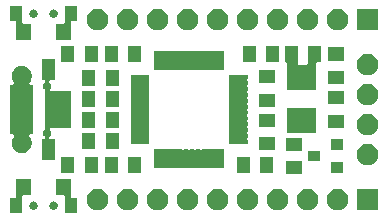
<source format=gbr>
G04 #@! TF.GenerationSoftware,KiCad,Pcbnew,(5.1.5)-3*
G04 #@! TF.CreationDate,2020-06-09T21:02:58-05:00*
G04 #@! TF.ProjectId,pcb,7063622e-6b69-4636-9164-5f7063625858,rev?*
G04 #@! TF.SameCoordinates,Original*
G04 #@! TF.FileFunction,Soldermask,Top*
G04 #@! TF.FilePolarity,Negative*
%FSLAX46Y46*%
G04 Gerber Fmt 4.6, Leading zero omitted, Abs format (unit mm)*
G04 Created by KiCad (PCBNEW (5.1.5)-3) date 2020-06-09 21:02:58*
%MOMM*%
%LPD*%
G04 APERTURE LIST*
%ADD10C,0.100000*%
G04 APERTURE END LIST*
D10*
G36*
X132349000Y-116572001D02*
G01*
X132351402Y-116596387D01*
X132358515Y-116619836D01*
X132370066Y-116641447D01*
X132385611Y-116660389D01*
X132404553Y-116675934D01*
X132426164Y-116687485D01*
X132449613Y-116694598D01*
X132473999Y-116697000D01*
X132849000Y-116697000D01*
X132849000Y-117999000D01*
X131847000Y-117999000D01*
X131847000Y-116623999D01*
X131844598Y-116599613D01*
X131837485Y-116576164D01*
X131825934Y-116554553D01*
X131810389Y-116535611D01*
X131791447Y-116520066D01*
X131769836Y-116508515D01*
X131746387Y-116501402D01*
X131722001Y-116499000D01*
X131097000Y-116499000D01*
X131097000Y-115097000D01*
X132349000Y-115097000D01*
X132349000Y-116572001D01*
G37*
G36*
X128999000Y-116499000D02*
G01*
X128373999Y-116499000D01*
X128349613Y-116501402D01*
X128326164Y-116508515D01*
X128304553Y-116520066D01*
X128285611Y-116535611D01*
X128270066Y-116554553D01*
X128258515Y-116576164D01*
X128251402Y-116599613D01*
X128249000Y-116623999D01*
X128249000Y-117999000D01*
X127247000Y-117999000D01*
X127247000Y-116697000D01*
X127622001Y-116697000D01*
X127646387Y-116694598D01*
X127669836Y-116687485D01*
X127691447Y-116675934D01*
X127710389Y-116660389D01*
X127725934Y-116641447D01*
X127737485Y-116619836D01*
X127744598Y-116596387D01*
X127747000Y-116572001D01*
X127747000Y-115097000D01*
X128999000Y-115097000D01*
X128999000Y-116499000D01*
G37*
G36*
X152513512Y-115943927D02*
G01*
X152662812Y-115973624D01*
X152826784Y-116041544D01*
X152974354Y-116140147D01*
X153099853Y-116265646D01*
X153198456Y-116413216D01*
X153266376Y-116577188D01*
X153301000Y-116751259D01*
X153301000Y-116928741D01*
X153266376Y-117102812D01*
X153198456Y-117266784D01*
X153099853Y-117414354D01*
X152974354Y-117539853D01*
X152826784Y-117638456D01*
X152662812Y-117706376D01*
X152513512Y-117736073D01*
X152488742Y-117741000D01*
X152311258Y-117741000D01*
X152286488Y-117736073D01*
X152137188Y-117706376D01*
X151973216Y-117638456D01*
X151825646Y-117539853D01*
X151700147Y-117414354D01*
X151601544Y-117266784D01*
X151533624Y-117102812D01*
X151499000Y-116928741D01*
X151499000Y-116751259D01*
X151533624Y-116577188D01*
X151601544Y-116413216D01*
X151700147Y-116265646D01*
X151825646Y-116140147D01*
X151973216Y-116041544D01*
X152137188Y-115973624D01*
X152286488Y-115943927D01*
X152311258Y-115939000D01*
X152488742Y-115939000D01*
X152513512Y-115943927D01*
G37*
G36*
X158381000Y-117741000D02*
G01*
X156579000Y-117741000D01*
X156579000Y-115939000D01*
X158381000Y-115939000D01*
X158381000Y-117741000D01*
G37*
G36*
X155053512Y-115943927D02*
G01*
X155202812Y-115973624D01*
X155366784Y-116041544D01*
X155514354Y-116140147D01*
X155639853Y-116265646D01*
X155738456Y-116413216D01*
X155806376Y-116577188D01*
X155841000Y-116751259D01*
X155841000Y-116928741D01*
X155806376Y-117102812D01*
X155738456Y-117266784D01*
X155639853Y-117414354D01*
X155514354Y-117539853D01*
X155366784Y-117638456D01*
X155202812Y-117706376D01*
X155053512Y-117736073D01*
X155028742Y-117741000D01*
X154851258Y-117741000D01*
X154826488Y-117736073D01*
X154677188Y-117706376D01*
X154513216Y-117638456D01*
X154365646Y-117539853D01*
X154240147Y-117414354D01*
X154141544Y-117266784D01*
X154073624Y-117102812D01*
X154039000Y-116928741D01*
X154039000Y-116751259D01*
X154073624Y-116577188D01*
X154141544Y-116413216D01*
X154240147Y-116265646D01*
X154365646Y-116140147D01*
X154513216Y-116041544D01*
X154677188Y-115973624D01*
X154826488Y-115943927D01*
X154851258Y-115939000D01*
X155028742Y-115939000D01*
X155053512Y-115943927D01*
G37*
G36*
X147433512Y-115943927D02*
G01*
X147582812Y-115973624D01*
X147746784Y-116041544D01*
X147894354Y-116140147D01*
X148019853Y-116265646D01*
X148118456Y-116413216D01*
X148186376Y-116577188D01*
X148221000Y-116751259D01*
X148221000Y-116928741D01*
X148186376Y-117102812D01*
X148118456Y-117266784D01*
X148019853Y-117414354D01*
X147894354Y-117539853D01*
X147746784Y-117638456D01*
X147582812Y-117706376D01*
X147433512Y-117736073D01*
X147408742Y-117741000D01*
X147231258Y-117741000D01*
X147206488Y-117736073D01*
X147057188Y-117706376D01*
X146893216Y-117638456D01*
X146745646Y-117539853D01*
X146620147Y-117414354D01*
X146521544Y-117266784D01*
X146453624Y-117102812D01*
X146419000Y-116928741D01*
X146419000Y-116751259D01*
X146453624Y-116577188D01*
X146521544Y-116413216D01*
X146620147Y-116265646D01*
X146745646Y-116140147D01*
X146893216Y-116041544D01*
X147057188Y-115973624D01*
X147206488Y-115943927D01*
X147231258Y-115939000D01*
X147408742Y-115939000D01*
X147433512Y-115943927D01*
G37*
G36*
X144893512Y-115943927D02*
G01*
X145042812Y-115973624D01*
X145206784Y-116041544D01*
X145354354Y-116140147D01*
X145479853Y-116265646D01*
X145578456Y-116413216D01*
X145646376Y-116577188D01*
X145681000Y-116751259D01*
X145681000Y-116928741D01*
X145646376Y-117102812D01*
X145578456Y-117266784D01*
X145479853Y-117414354D01*
X145354354Y-117539853D01*
X145206784Y-117638456D01*
X145042812Y-117706376D01*
X144893512Y-117736073D01*
X144868742Y-117741000D01*
X144691258Y-117741000D01*
X144666488Y-117736073D01*
X144517188Y-117706376D01*
X144353216Y-117638456D01*
X144205646Y-117539853D01*
X144080147Y-117414354D01*
X143981544Y-117266784D01*
X143913624Y-117102812D01*
X143879000Y-116928741D01*
X143879000Y-116751259D01*
X143913624Y-116577188D01*
X143981544Y-116413216D01*
X144080147Y-116265646D01*
X144205646Y-116140147D01*
X144353216Y-116041544D01*
X144517188Y-115973624D01*
X144666488Y-115943927D01*
X144691258Y-115939000D01*
X144868742Y-115939000D01*
X144893512Y-115943927D01*
G37*
G36*
X142353512Y-115943927D02*
G01*
X142502812Y-115973624D01*
X142666784Y-116041544D01*
X142814354Y-116140147D01*
X142939853Y-116265646D01*
X143038456Y-116413216D01*
X143106376Y-116577188D01*
X143141000Y-116751259D01*
X143141000Y-116928741D01*
X143106376Y-117102812D01*
X143038456Y-117266784D01*
X142939853Y-117414354D01*
X142814354Y-117539853D01*
X142666784Y-117638456D01*
X142502812Y-117706376D01*
X142353512Y-117736073D01*
X142328742Y-117741000D01*
X142151258Y-117741000D01*
X142126488Y-117736073D01*
X141977188Y-117706376D01*
X141813216Y-117638456D01*
X141665646Y-117539853D01*
X141540147Y-117414354D01*
X141441544Y-117266784D01*
X141373624Y-117102812D01*
X141339000Y-116928741D01*
X141339000Y-116751259D01*
X141373624Y-116577188D01*
X141441544Y-116413216D01*
X141540147Y-116265646D01*
X141665646Y-116140147D01*
X141813216Y-116041544D01*
X141977188Y-115973624D01*
X142126488Y-115943927D01*
X142151258Y-115939000D01*
X142328742Y-115939000D01*
X142353512Y-115943927D01*
G37*
G36*
X139813512Y-115943927D02*
G01*
X139962812Y-115973624D01*
X140126784Y-116041544D01*
X140274354Y-116140147D01*
X140399853Y-116265646D01*
X140498456Y-116413216D01*
X140566376Y-116577188D01*
X140601000Y-116751259D01*
X140601000Y-116928741D01*
X140566376Y-117102812D01*
X140498456Y-117266784D01*
X140399853Y-117414354D01*
X140274354Y-117539853D01*
X140126784Y-117638456D01*
X139962812Y-117706376D01*
X139813512Y-117736073D01*
X139788742Y-117741000D01*
X139611258Y-117741000D01*
X139586488Y-117736073D01*
X139437188Y-117706376D01*
X139273216Y-117638456D01*
X139125646Y-117539853D01*
X139000147Y-117414354D01*
X138901544Y-117266784D01*
X138833624Y-117102812D01*
X138799000Y-116928741D01*
X138799000Y-116751259D01*
X138833624Y-116577188D01*
X138901544Y-116413216D01*
X139000147Y-116265646D01*
X139125646Y-116140147D01*
X139273216Y-116041544D01*
X139437188Y-115973624D01*
X139586488Y-115943927D01*
X139611258Y-115939000D01*
X139788742Y-115939000D01*
X139813512Y-115943927D01*
G37*
G36*
X137273512Y-115943927D02*
G01*
X137422812Y-115973624D01*
X137586784Y-116041544D01*
X137734354Y-116140147D01*
X137859853Y-116265646D01*
X137958456Y-116413216D01*
X138026376Y-116577188D01*
X138061000Y-116751259D01*
X138061000Y-116928741D01*
X138026376Y-117102812D01*
X137958456Y-117266784D01*
X137859853Y-117414354D01*
X137734354Y-117539853D01*
X137586784Y-117638456D01*
X137422812Y-117706376D01*
X137273512Y-117736073D01*
X137248742Y-117741000D01*
X137071258Y-117741000D01*
X137046488Y-117736073D01*
X136897188Y-117706376D01*
X136733216Y-117638456D01*
X136585646Y-117539853D01*
X136460147Y-117414354D01*
X136361544Y-117266784D01*
X136293624Y-117102812D01*
X136259000Y-116928741D01*
X136259000Y-116751259D01*
X136293624Y-116577188D01*
X136361544Y-116413216D01*
X136460147Y-116265646D01*
X136585646Y-116140147D01*
X136733216Y-116041544D01*
X136897188Y-115973624D01*
X137046488Y-115943927D01*
X137071258Y-115939000D01*
X137248742Y-115939000D01*
X137273512Y-115943927D01*
G37*
G36*
X134733512Y-115943927D02*
G01*
X134882812Y-115973624D01*
X135046784Y-116041544D01*
X135194354Y-116140147D01*
X135319853Y-116265646D01*
X135418456Y-116413216D01*
X135486376Y-116577188D01*
X135521000Y-116751259D01*
X135521000Y-116928741D01*
X135486376Y-117102812D01*
X135418456Y-117266784D01*
X135319853Y-117414354D01*
X135194354Y-117539853D01*
X135046784Y-117638456D01*
X134882812Y-117706376D01*
X134733512Y-117736073D01*
X134708742Y-117741000D01*
X134531258Y-117741000D01*
X134506488Y-117736073D01*
X134357188Y-117706376D01*
X134193216Y-117638456D01*
X134045646Y-117539853D01*
X133920147Y-117414354D01*
X133821544Y-117266784D01*
X133753624Y-117102812D01*
X133719000Y-116928741D01*
X133719000Y-116751259D01*
X133753624Y-116577188D01*
X133821544Y-116413216D01*
X133920147Y-116265646D01*
X134045646Y-116140147D01*
X134193216Y-116041544D01*
X134357188Y-115973624D01*
X134506488Y-115943927D01*
X134531258Y-115939000D01*
X134708742Y-115939000D01*
X134733512Y-115943927D01*
G37*
G36*
X149973512Y-115943927D02*
G01*
X150122812Y-115973624D01*
X150286784Y-116041544D01*
X150434354Y-116140147D01*
X150559853Y-116265646D01*
X150658456Y-116413216D01*
X150726376Y-116577188D01*
X150761000Y-116751259D01*
X150761000Y-116928741D01*
X150726376Y-117102812D01*
X150658456Y-117266784D01*
X150559853Y-117414354D01*
X150434354Y-117539853D01*
X150286784Y-117638456D01*
X150122812Y-117706376D01*
X149973512Y-117736073D01*
X149948742Y-117741000D01*
X149771258Y-117741000D01*
X149746488Y-117736073D01*
X149597188Y-117706376D01*
X149433216Y-117638456D01*
X149285646Y-117539853D01*
X149160147Y-117414354D01*
X149061544Y-117266784D01*
X148993624Y-117102812D01*
X148959000Y-116928741D01*
X148959000Y-116751259D01*
X148993624Y-116577188D01*
X149061544Y-116413216D01*
X149160147Y-116265646D01*
X149285646Y-116140147D01*
X149433216Y-116041544D01*
X149597188Y-115973624D01*
X149746488Y-115943927D01*
X149771258Y-115939000D01*
X149948742Y-115939000D01*
X149973512Y-115943927D01*
G37*
G36*
X131000383Y-117010489D02*
G01*
X131000386Y-117010490D01*
X131000385Y-117010490D01*
X131064258Y-117036946D01*
X131121748Y-117075360D01*
X131170640Y-117124252D01*
X131209054Y-117181742D01*
X131230624Y-117233818D01*
X131235511Y-117245617D01*
X131249000Y-117313430D01*
X131249000Y-117382570D01*
X131235511Y-117450383D01*
X131235510Y-117450385D01*
X131209054Y-117514258D01*
X131170640Y-117571748D01*
X131121748Y-117620640D01*
X131064258Y-117659054D01*
X131012182Y-117680624D01*
X131000383Y-117685511D01*
X130932570Y-117699000D01*
X130863430Y-117699000D01*
X130795617Y-117685511D01*
X130783818Y-117680624D01*
X130731742Y-117659054D01*
X130674252Y-117620640D01*
X130625360Y-117571748D01*
X130586946Y-117514258D01*
X130560490Y-117450385D01*
X130560489Y-117450383D01*
X130547000Y-117382570D01*
X130547000Y-117313430D01*
X130560489Y-117245617D01*
X130565376Y-117233818D01*
X130586946Y-117181742D01*
X130625360Y-117124252D01*
X130674252Y-117075360D01*
X130731742Y-117036946D01*
X130795615Y-117010490D01*
X130795614Y-117010490D01*
X130795617Y-117010489D01*
X130863430Y-116997000D01*
X130932570Y-116997000D01*
X131000383Y-117010489D01*
G37*
G36*
X129300383Y-117010489D02*
G01*
X129300386Y-117010490D01*
X129300385Y-117010490D01*
X129364258Y-117036946D01*
X129421748Y-117075360D01*
X129470640Y-117124252D01*
X129509054Y-117181742D01*
X129530624Y-117233818D01*
X129535511Y-117245617D01*
X129549000Y-117313430D01*
X129549000Y-117382570D01*
X129535511Y-117450383D01*
X129535510Y-117450385D01*
X129509054Y-117514258D01*
X129470640Y-117571748D01*
X129421748Y-117620640D01*
X129364258Y-117659054D01*
X129312182Y-117680624D01*
X129300383Y-117685511D01*
X129232570Y-117699000D01*
X129163430Y-117699000D01*
X129095617Y-117685511D01*
X129083818Y-117680624D01*
X129031742Y-117659054D01*
X128974252Y-117620640D01*
X128925360Y-117571748D01*
X128886946Y-117514258D01*
X128860490Y-117450385D01*
X128860489Y-117450383D01*
X128847000Y-117382570D01*
X128847000Y-117313430D01*
X128860489Y-117245617D01*
X128865376Y-117233818D01*
X128886946Y-117181742D01*
X128925360Y-117124252D01*
X128974252Y-117075360D01*
X129031742Y-117036946D01*
X129095615Y-117010490D01*
X129095614Y-117010490D01*
X129095617Y-117010489D01*
X129163430Y-116997000D01*
X129232570Y-116997000D01*
X129300383Y-117010489D01*
G37*
G36*
X151933000Y-114708000D02*
G01*
X150581000Y-114708000D01*
X150581000Y-113606000D01*
X151933000Y-113606000D01*
X151933000Y-114708000D01*
G37*
G36*
X149490000Y-114595000D02*
G01*
X148388000Y-114595000D01*
X148388000Y-113243000D01*
X149490000Y-113243000D01*
X149490000Y-114595000D01*
G37*
G36*
X132631000Y-114595000D02*
G01*
X131529000Y-114595000D01*
X131529000Y-113243000D01*
X132631000Y-113243000D01*
X132631000Y-114595000D01*
G37*
G36*
X136330000Y-114595000D02*
G01*
X135228000Y-114595000D01*
X135228000Y-113243000D01*
X136330000Y-113243000D01*
X136330000Y-114595000D01*
G37*
G36*
X138330000Y-114595000D02*
G01*
X137228000Y-114595000D01*
X137228000Y-113243000D01*
X138330000Y-113243000D01*
X138330000Y-114595000D01*
G37*
G36*
X147490000Y-114595000D02*
G01*
X146388000Y-114595000D01*
X146388000Y-113243000D01*
X147490000Y-113243000D01*
X147490000Y-114595000D01*
G37*
G36*
X134631000Y-114595000D02*
G01*
X133529000Y-114595000D01*
X133529000Y-113243000D01*
X134631000Y-113243000D01*
X134631000Y-114595000D01*
G37*
G36*
X155425000Y-114558000D02*
G01*
X154423000Y-114558000D01*
X154423000Y-113656000D01*
X155425000Y-113656000D01*
X155425000Y-114558000D01*
G37*
G36*
X139787295Y-112595323D02*
G01*
X139794309Y-112597451D01*
X139808077Y-112604810D01*
X139830716Y-112614187D01*
X139854749Y-112618967D01*
X139879253Y-112618967D01*
X139903286Y-112614186D01*
X139925923Y-112604810D01*
X139939691Y-112597451D01*
X139946705Y-112595323D01*
X139960140Y-112594000D01*
X140273860Y-112594000D01*
X140287295Y-112595323D01*
X140294309Y-112597451D01*
X140308077Y-112604810D01*
X140330716Y-112614187D01*
X140354749Y-112618967D01*
X140379253Y-112618967D01*
X140403286Y-112614186D01*
X140425923Y-112604810D01*
X140439691Y-112597451D01*
X140446705Y-112595323D01*
X140460140Y-112594000D01*
X140773860Y-112594000D01*
X140787295Y-112595323D01*
X140794309Y-112597451D01*
X140808077Y-112604810D01*
X140830716Y-112614187D01*
X140854749Y-112618967D01*
X140879253Y-112618967D01*
X140903286Y-112614186D01*
X140925923Y-112604810D01*
X140939691Y-112597451D01*
X140946705Y-112595323D01*
X140960140Y-112594000D01*
X141273860Y-112594000D01*
X141287295Y-112595323D01*
X141294309Y-112597451D01*
X141308077Y-112604810D01*
X141330716Y-112614187D01*
X141354749Y-112618967D01*
X141379253Y-112618967D01*
X141403286Y-112614186D01*
X141425923Y-112604810D01*
X141439691Y-112597451D01*
X141446705Y-112595323D01*
X141460140Y-112594000D01*
X141773860Y-112594000D01*
X141787295Y-112595323D01*
X141794309Y-112597451D01*
X141808077Y-112604810D01*
X141830716Y-112614187D01*
X141854749Y-112618967D01*
X141879253Y-112618967D01*
X141903286Y-112614186D01*
X141925923Y-112604810D01*
X141939691Y-112597451D01*
X141946705Y-112595323D01*
X141960140Y-112594000D01*
X142273860Y-112594000D01*
X142287295Y-112595323D01*
X142294309Y-112597451D01*
X142308077Y-112604810D01*
X142330716Y-112614187D01*
X142354749Y-112618967D01*
X142379253Y-112618967D01*
X142403286Y-112614186D01*
X142425923Y-112604810D01*
X142439691Y-112597451D01*
X142446705Y-112595323D01*
X142460140Y-112594000D01*
X142773860Y-112594000D01*
X142787295Y-112595323D01*
X142794309Y-112597451D01*
X142808077Y-112604810D01*
X142830716Y-112614187D01*
X142854749Y-112618967D01*
X142879253Y-112618967D01*
X142903286Y-112614186D01*
X142925923Y-112604810D01*
X142939691Y-112597451D01*
X142946705Y-112595323D01*
X142960140Y-112594000D01*
X143273860Y-112594000D01*
X143287295Y-112595323D01*
X143294309Y-112597451D01*
X143308077Y-112604810D01*
X143330716Y-112614187D01*
X143354749Y-112618967D01*
X143379253Y-112618967D01*
X143403286Y-112614186D01*
X143425923Y-112604810D01*
X143439691Y-112597451D01*
X143446705Y-112595323D01*
X143460140Y-112594000D01*
X143773860Y-112594000D01*
X143787295Y-112595323D01*
X143794309Y-112597451D01*
X143808077Y-112604810D01*
X143830716Y-112614187D01*
X143854749Y-112618967D01*
X143879253Y-112618967D01*
X143903286Y-112614186D01*
X143925923Y-112604810D01*
X143939691Y-112597451D01*
X143946705Y-112595323D01*
X143960140Y-112594000D01*
X144273860Y-112594000D01*
X144287295Y-112595323D01*
X144294309Y-112597451D01*
X144308077Y-112604810D01*
X144330716Y-112614187D01*
X144354749Y-112618967D01*
X144379253Y-112618967D01*
X144403286Y-112614186D01*
X144425923Y-112604810D01*
X144439691Y-112597451D01*
X144446705Y-112595323D01*
X144460140Y-112594000D01*
X144773860Y-112594000D01*
X144787295Y-112595323D01*
X144794309Y-112597451D01*
X144808077Y-112604810D01*
X144830716Y-112614187D01*
X144854749Y-112618967D01*
X144879253Y-112618967D01*
X144903286Y-112614186D01*
X144925923Y-112604810D01*
X144939691Y-112597451D01*
X144946705Y-112595323D01*
X144960140Y-112594000D01*
X145273860Y-112594000D01*
X145287295Y-112595323D01*
X145294310Y-112597451D01*
X145300776Y-112600908D01*
X145306442Y-112605558D01*
X145311092Y-112611224D01*
X145314549Y-112617690D01*
X145316677Y-112624705D01*
X145318000Y-112638140D01*
X145318000Y-114126860D01*
X145316677Y-114140295D01*
X145314549Y-114147310D01*
X145311092Y-114153776D01*
X145306442Y-114159442D01*
X145300776Y-114164092D01*
X145294310Y-114167549D01*
X145287295Y-114169677D01*
X145273860Y-114171000D01*
X144960140Y-114171000D01*
X144946705Y-114169677D01*
X144939691Y-114167549D01*
X144925923Y-114160190D01*
X144903284Y-114150813D01*
X144879251Y-114146033D01*
X144854747Y-114146033D01*
X144830714Y-114150814D01*
X144808077Y-114160190D01*
X144794309Y-114167549D01*
X144787295Y-114169677D01*
X144773860Y-114171000D01*
X144460140Y-114171000D01*
X144446705Y-114169677D01*
X144439691Y-114167549D01*
X144425923Y-114160190D01*
X144403284Y-114150813D01*
X144379251Y-114146033D01*
X144354747Y-114146033D01*
X144330714Y-114150814D01*
X144308077Y-114160190D01*
X144294309Y-114167549D01*
X144287295Y-114169677D01*
X144273860Y-114171000D01*
X143960140Y-114171000D01*
X143946705Y-114169677D01*
X143939691Y-114167549D01*
X143925923Y-114160190D01*
X143903284Y-114150813D01*
X143879251Y-114146033D01*
X143854747Y-114146033D01*
X143830714Y-114150814D01*
X143808077Y-114160190D01*
X143794309Y-114167549D01*
X143787295Y-114169677D01*
X143773860Y-114171000D01*
X143460140Y-114171000D01*
X143446705Y-114169677D01*
X143439691Y-114167549D01*
X143425923Y-114160190D01*
X143403284Y-114150813D01*
X143379251Y-114146033D01*
X143354747Y-114146033D01*
X143330714Y-114150814D01*
X143308077Y-114160190D01*
X143294309Y-114167549D01*
X143287295Y-114169677D01*
X143273860Y-114171000D01*
X142960140Y-114171000D01*
X142946705Y-114169677D01*
X142939691Y-114167549D01*
X142925923Y-114160190D01*
X142903284Y-114150813D01*
X142879251Y-114146033D01*
X142854747Y-114146033D01*
X142830714Y-114150814D01*
X142808077Y-114160190D01*
X142794309Y-114167549D01*
X142787295Y-114169677D01*
X142773860Y-114171000D01*
X142460140Y-114171000D01*
X142446705Y-114169677D01*
X142439691Y-114167549D01*
X142425923Y-114160190D01*
X142403284Y-114150813D01*
X142379251Y-114146033D01*
X142354747Y-114146033D01*
X142330714Y-114150814D01*
X142308077Y-114160190D01*
X142294309Y-114167549D01*
X142287295Y-114169677D01*
X142273860Y-114171000D01*
X141960140Y-114171000D01*
X141946705Y-114169677D01*
X141939691Y-114167549D01*
X141925923Y-114160190D01*
X141903284Y-114150813D01*
X141879251Y-114146033D01*
X141854747Y-114146033D01*
X141830714Y-114150814D01*
X141808077Y-114160190D01*
X141794309Y-114167549D01*
X141787295Y-114169677D01*
X141773860Y-114171000D01*
X141460140Y-114171000D01*
X141446705Y-114169677D01*
X141439691Y-114167549D01*
X141425923Y-114160190D01*
X141403284Y-114150813D01*
X141379251Y-114146033D01*
X141354747Y-114146033D01*
X141330714Y-114150814D01*
X141308077Y-114160190D01*
X141294309Y-114167549D01*
X141287295Y-114169677D01*
X141273860Y-114171000D01*
X140960140Y-114171000D01*
X140946705Y-114169677D01*
X140939691Y-114167549D01*
X140925923Y-114160190D01*
X140903284Y-114150813D01*
X140879251Y-114146033D01*
X140854747Y-114146033D01*
X140830714Y-114150814D01*
X140808077Y-114160190D01*
X140794309Y-114167549D01*
X140787295Y-114169677D01*
X140773860Y-114171000D01*
X140460140Y-114171000D01*
X140446705Y-114169677D01*
X140439691Y-114167549D01*
X140425923Y-114160190D01*
X140403284Y-114150813D01*
X140379251Y-114146033D01*
X140354747Y-114146033D01*
X140330714Y-114150814D01*
X140308077Y-114160190D01*
X140294309Y-114167549D01*
X140287295Y-114169677D01*
X140273860Y-114171000D01*
X139960140Y-114171000D01*
X139946705Y-114169677D01*
X139939691Y-114167549D01*
X139925923Y-114160190D01*
X139903284Y-114150813D01*
X139879251Y-114146033D01*
X139854747Y-114146033D01*
X139830714Y-114150814D01*
X139808077Y-114160190D01*
X139794309Y-114167549D01*
X139787295Y-114169677D01*
X139773860Y-114171000D01*
X139460140Y-114171000D01*
X139446705Y-114169677D01*
X139439690Y-114167549D01*
X139433224Y-114164092D01*
X139427558Y-114159442D01*
X139422908Y-114153776D01*
X139419451Y-114147310D01*
X139417323Y-114140295D01*
X139416000Y-114126860D01*
X139416000Y-112638140D01*
X139417323Y-112624705D01*
X139419451Y-112617690D01*
X139422908Y-112611224D01*
X139427558Y-112605558D01*
X139433224Y-112600908D01*
X139439690Y-112597451D01*
X139446705Y-112595323D01*
X139460140Y-112594000D01*
X139773860Y-112594000D01*
X139787295Y-112595323D01*
G37*
G36*
X157593512Y-112133927D02*
G01*
X157742812Y-112163624D01*
X157906784Y-112231544D01*
X158054354Y-112330147D01*
X158179853Y-112455646D01*
X158278456Y-112603216D01*
X158346376Y-112767188D01*
X158381000Y-112941259D01*
X158381000Y-113118741D01*
X158346376Y-113292812D01*
X158278456Y-113456784D01*
X158179853Y-113604354D01*
X158054354Y-113729853D01*
X157906784Y-113828456D01*
X157742812Y-113896376D01*
X157593512Y-113926073D01*
X157568742Y-113931000D01*
X157391258Y-113931000D01*
X157366488Y-113926073D01*
X157217188Y-113896376D01*
X157053216Y-113828456D01*
X156905646Y-113729853D01*
X156780147Y-113604354D01*
X156681544Y-113456784D01*
X156613624Y-113292812D01*
X156579000Y-113118741D01*
X156579000Y-112941259D01*
X156613624Y-112767188D01*
X156681544Y-112603216D01*
X156780147Y-112455646D01*
X156905646Y-112330147D01*
X157053216Y-112231544D01*
X157217188Y-112163624D01*
X157366488Y-112133927D01*
X157391258Y-112129000D01*
X157568742Y-112129000D01*
X157593512Y-112133927D01*
G37*
G36*
X153425000Y-113608000D02*
G01*
X152423000Y-113608000D01*
X152423000Y-112706000D01*
X153425000Y-112706000D01*
X153425000Y-113608000D01*
G37*
G36*
X130997000Y-106721000D02*
G01*
X130643043Y-106721000D01*
X130618657Y-106723402D01*
X130595208Y-106730515D01*
X130573597Y-106742066D01*
X130554655Y-106757611D01*
X130539110Y-106776553D01*
X130527559Y-106798164D01*
X130520446Y-106821613D01*
X130518044Y-106845999D01*
X130520446Y-106870385D01*
X130527559Y-106893834D01*
X130539110Y-106915445D01*
X130554655Y-106934387D01*
X130566476Y-106944088D01*
X130618640Y-106996252D01*
X130657054Y-107053742D01*
X130663995Y-107070500D01*
X130683511Y-107117617D01*
X130697000Y-107185430D01*
X130697000Y-107254570D01*
X130683511Y-107322383D01*
X130683510Y-107322385D01*
X130657054Y-107386258D01*
X130618640Y-107443748D01*
X130601775Y-107460613D01*
X130586230Y-107479555D01*
X130574679Y-107501166D01*
X130567566Y-107524615D01*
X130565164Y-107549001D01*
X130567566Y-107573387D01*
X130574679Y-107596836D01*
X130586230Y-107618447D01*
X130601775Y-107637389D01*
X130620717Y-107652934D01*
X130642328Y-107664485D01*
X130665777Y-107671598D01*
X130690163Y-107674000D01*
X132347000Y-107674000D01*
X132347000Y-110766000D01*
X130690163Y-110766000D01*
X130665777Y-110768402D01*
X130642328Y-110775515D01*
X130620717Y-110787066D01*
X130601775Y-110802611D01*
X130586230Y-110821553D01*
X130574679Y-110843164D01*
X130567566Y-110866613D01*
X130565164Y-110890999D01*
X130567566Y-110915385D01*
X130574679Y-110938834D01*
X130586230Y-110960445D01*
X130601775Y-110979387D01*
X130618640Y-110996252D01*
X130657054Y-111053742D01*
X130661449Y-111064354D01*
X130683511Y-111117617D01*
X130697000Y-111185430D01*
X130697000Y-111254570D01*
X130683511Y-111322383D01*
X130683510Y-111322385D01*
X130657054Y-111386258D01*
X130618640Y-111443748D01*
X130566476Y-111495912D01*
X130554655Y-111505613D01*
X130539110Y-111524555D01*
X130527559Y-111546166D01*
X130520446Y-111569615D01*
X130518044Y-111594001D01*
X130520446Y-111618387D01*
X130527559Y-111641836D01*
X130539110Y-111663447D01*
X130554655Y-111682389D01*
X130573597Y-111697934D01*
X130595208Y-111709485D01*
X130618657Y-111716598D01*
X130643043Y-111719000D01*
X130997000Y-111719000D01*
X130997000Y-113521000D01*
X129895000Y-113521000D01*
X129895000Y-111719000D01*
X130048957Y-111719000D01*
X130073343Y-111716598D01*
X130096792Y-111709485D01*
X130118403Y-111697934D01*
X130137345Y-111682389D01*
X130152890Y-111663447D01*
X130164441Y-111641836D01*
X130171554Y-111618387D01*
X130173956Y-111594001D01*
X130171554Y-111569615D01*
X130164441Y-111546166D01*
X130152890Y-111524555D01*
X130137345Y-111505613D01*
X130125524Y-111495912D01*
X130073360Y-111443748D01*
X130034946Y-111386258D01*
X130008490Y-111322385D01*
X130008489Y-111322383D01*
X129995000Y-111254570D01*
X129995000Y-111185430D01*
X130008489Y-111117617D01*
X130030551Y-111064354D01*
X130034946Y-111053742D01*
X130073360Y-110996252D01*
X130108389Y-110961223D01*
X130123934Y-110942281D01*
X130135485Y-110920670D01*
X130142598Y-110897221D01*
X130145000Y-110872835D01*
X130145000Y-107567165D01*
X130142598Y-107542779D01*
X130135485Y-107519330D01*
X130123934Y-107497719D01*
X130108389Y-107478777D01*
X130073360Y-107443748D01*
X130034946Y-107386258D01*
X130008490Y-107322385D01*
X130008489Y-107322383D01*
X129995000Y-107254570D01*
X129995000Y-107185430D01*
X130008489Y-107117617D01*
X130028005Y-107070500D01*
X130034946Y-107053742D01*
X130073360Y-106996252D01*
X130125524Y-106944088D01*
X130137345Y-106934387D01*
X130152890Y-106915445D01*
X130164441Y-106893834D01*
X130171554Y-106870385D01*
X130173956Y-106845999D01*
X130171554Y-106821613D01*
X130164441Y-106798164D01*
X130152890Y-106776553D01*
X130137345Y-106757611D01*
X130118403Y-106742066D01*
X130096792Y-106730515D01*
X130073343Y-106723402D01*
X130048957Y-106721000D01*
X129895000Y-106721000D01*
X129895000Y-104919000D01*
X130997000Y-104919000D01*
X130997000Y-106721000D01*
G37*
G36*
X128444228Y-105576703D02*
G01*
X128599100Y-105640853D01*
X128738481Y-105733985D01*
X128857015Y-105852519D01*
X128950147Y-105991900D01*
X129014297Y-106146772D01*
X129047000Y-106311184D01*
X129047000Y-106478816D01*
X129014297Y-106643228D01*
X128950147Y-106798100D01*
X128865647Y-106924562D01*
X128854100Y-106946166D01*
X128846987Y-106969615D01*
X128844585Y-106994001D01*
X128846987Y-107018387D01*
X128854100Y-107041836D01*
X128865651Y-107063447D01*
X128881196Y-107082388D01*
X128900138Y-107097934D01*
X128921749Y-107109485D01*
X128945198Y-107116598D01*
X128969584Y-107119000D01*
X129197000Y-107119000D01*
X129197000Y-111321000D01*
X128969584Y-111321000D01*
X128945198Y-111323402D01*
X128921749Y-111330515D01*
X128900138Y-111342066D01*
X128881196Y-111357611D01*
X128865651Y-111376553D01*
X128854100Y-111398164D01*
X128846987Y-111421613D01*
X128844585Y-111445999D01*
X128846987Y-111470385D01*
X128854100Y-111493834D01*
X128865647Y-111515438D01*
X128950147Y-111641900D01*
X129014297Y-111796772D01*
X129047000Y-111961184D01*
X129047000Y-112128816D01*
X129014297Y-112293228D01*
X128950147Y-112448100D01*
X128857015Y-112587481D01*
X128738481Y-112706015D01*
X128599100Y-112799147D01*
X128444228Y-112863297D01*
X128279816Y-112896000D01*
X128112184Y-112896000D01*
X127947772Y-112863297D01*
X127792900Y-112799147D01*
X127653519Y-112706015D01*
X127534985Y-112587481D01*
X127441853Y-112448100D01*
X127377703Y-112293228D01*
X127345000Y-112128816D01*
X127345000Y-111961184D01*
X127377703Y-111796772D01*
X127441853Y-111641900D01*
X127526353Y-111515438D01*
X127537900Y-111493834D01*
X127545013Y-111470385D01*
X127547415Y-111445999D01*
X127545013Y-111421613D01*
X127537900Y-111398164D01*
X127526349Y-111376553D01*
X127510804Y-111357612D01*
X127491862Y-111342066D01*
X127470251Y-111330515D01*
X127446802Y-111323402D01*
X127422416Y-111321000D01*
X127195000Y-111321000D01*
X127195000Y-107119000D01*
X127422416Y-107119000D01*
X127446802Y-107116598D01*
X127470251Y-107109485D01*
X127491862Y-107097934D01*
X127510804Y-107082389D01*
X127526349Y-107063447D01*
X127537900Y-107041836D01*
X127545013Y-107018387D01*
X127547415Y-106994001D01*
X127545013Y-106969615D01*
X127537900Y-106946166D01*
X127526353Y-106924562D01*
X127441853Y-106798100D01*
X127377703Y-106643228D01*
X127345000Y-106478816D01*
X127345000Y-106311184D01*
X127377703Y-106146772D01*
X127441853Y-105991900D01*
X127534985Y-105852519D01*
X127653519Y-105733985D01*
X127792900Y-105640853D01*
X127947772Y-105576703D01*
X128112184Y-105544000D01*
X128279816Y-105544000D01*
X128444228Y-105576703D01*
G37*
G36*
X151933000Y-112708000D02*
G01*
X150581000Y-112708000D01*
X150581000Y-111606000D01*
X151933000Y-111606000D01*
X151933000Y-112708000D01*
G37*
G36*
X149647000Y-112676000D02*
G01*
X148295000Y-112676000D01*
X148295000Y-111574000D01*
X149647000Y-111574000D01*
X149647000Y-112676000D01*
G37*
G36*
X155425000Y-112658000D02*
G01*
X154423000Y-112658000D01*
X154423000Y-111756000D01*
X155425000Y-111756000D01*
X155425000Y-112658000D01*
G37*
G36*
X136441000Y-112563000D02*
G01*
X135339000Y-112563000D01*
X135339000Y-111211000D01*
X136441000Y-111211000D01*
X136441000Y-112563000D01*
G37*
G36*
X134441000Y-112563000D02*
G01*
X133339000Y-112563000D01*
X133339000Y-111211000D01*
X134441000Y-111211000D01*
X134441000Y-112563000D01*
G37*
G36*
X138962295Y-106270323D02*
G01*
X138969310Y-106272451D01*
X138975776Y-106275908D01*
X138981442Y-106280558D01*
X138986092Y-106286224D01*
X138989549Y-106292690D01*
X138991677Y-106299705D01*
X138993000Y-106313140D01*
X138993000Y-106626860D01*
X138991677Y-106640295D01*
X138989549Y-106647309D01*
X138982190Y-106661077D01*
X138972813Y-106683716D01*
X138968033Y-106707749D01*
X138968033Y-106732253D01*
X138972814Y-106756286D01*
X138982190Y-106778923D01*
X138989549Y-106792691D01*
X138991677Y-106799705D01*
X138993000Y-106813140D01*
X138993000Y-107126860D01*
X138991677Y-107140295D01*
X138989549Y-107147309D01*
X138982190Y-107161077D01*
X138972813Y-107183716D01*
X138968033Y-107207749D01*
X138968033Y-107232253D01*
X138972814Y-107256286D01*
X138982190Y-107278923D01*
X138989549Y-107292691D01*
X138991677Y-107299705D01*
X138993000Y-107313140D01*
X138993000Y-107626860D01*
X138991677Y-107640295D01*
X138989549Y-107647309D01*
X138982190Y-107661077D01*
X138972813Y-107683716D01*
X138968033Y-107707749D01*
X138968033Y-107732253D01*
X138972814Y-107756286D01*
X138982190Y-107778923D01*
X138989549Y-107792691D01*
X138991677Y-107799705D01*
X138993000Y-107813140D01*
X138993000Y-108126860D01*
X138991677Y-108140295D01*
X138989549Y-108147309D01*
X138982190Y-108161077D01*
X138972813Y-108183716D01*
X138968033Y-108207749D01*
X138968033Y-108232253D01*
X138972814Y-108256286D01*
X138982190Y-108278923D01*
X138989549Y-108292691D01*
X138991677Y-108299705D01*
X138993000Y-108313140D01*
X138993000Y-108626860D01*
X138991677Y-108640295D01*
X138989549Y-108647309D01*
X138982190Y-108661077D01*
X138972813Y-108683716D01*
X138968033Y-108707749D01*
X138968033Y-108732253D01*
X138972814Y-108756286D01*
X138982190Y-108778923D01*
X138989549Y-108792691D01*
X138991677Y-108799705D01*
X138993000Y-108813140D01*
X138993000Y-109126860D01*
X138991677Y-109140295D01*
X138989549Y-109147309D01*
X138982190Y-109161077D01*
X138972813Y-109183716D01*
X138968033Y-109207749D01*
X138968033Y-109232253D01*
X138972814Y-109256286D01*
X138982190Y-109278923D01*
X138989549Y-109292691D01*
X138991677Y-109299705D01*
X138993000Y-109313140D01*
X138993000Y-109626860D01*
X138991677Y-109640295D01*
X138989549Y-109647309D01*
X138982190Y-109661077D01*
X138972813Y-109683716D01*
X138968033Y-109707749D01*
X138968033Y-109732253D01*
X138972814Y-109756286D01*
X138982190Y-109778923D01*
X138989549Y-109792691D01*
X138991677Y-109799705D01*
X138993000Y-109813140D01*
X138993000Y-110126860D01*
X138991677Y-110140295D01*
X138989549Y-110147309D01*
X138982190Y-110161077D01*
X138972813Y-110183716D01*
X138968033Y-110207749D01*
X138968033Y-110232253D01*
X138972814Y-110256286D01*
X138982190Y-110278923D01*
X138989549Y-110292691D01*
X138991677Y-110299705D01*
X138993000Y-110313140D01*
X138993000Y-110626860D01*
X138991677Y-110640295D01*
X138989549Y-110647309D01*
X138982190Y-110661077D01*
X138972813Y-110683716D01*
X138968033Y-110707749D01*
X138968033Y-110732253D01*
X138972814Y-110756286D01*
X138982190Y-110778923D01*
X138989549Y-110792691D01*
X138991677Y-110799705D01*
X138993000Y-110813140D01*
X138993000Y-111126860D01*
X138991677Y-111140295D01*
X138989549Y-111147309D01*
X138982190Y-111161077D01*
X138972813Y-111183716D01*
X138968033Y-111207749D01*
X138968033Y-111232253D01*
X138972814Y-111256286D01*
X138982190Y-111278923D01*
X138989549Y-111292691D01*
X138991677Y-111299705D01*
X138993000Y-111313140D01*
X138993000Y-111626860D01*
X138991677Y-111640295D01*
X138989549Y-111647309D01*
X138982190Y-111661077D01*
X138972813Y-111683716D01*
X138968033Y-111707749D01*
X138968033Y-111732253D01*
X138972814Y-111756286D01*
X138982190Y-111778923D01*
X138989549Y-111792691D01*
X138991677Y-111799705D01*
X138993000Y-111813140D01*
X138993000Y-112126860D01*
X138991677Y-112140295D01*
X138989549Y-112147310D01*
X138986092Y-112153776D01*
X138981442Y-112159442D01*
X138975776Y-112164092D01*
X138969310Y-112167549D01*
X138962295Y-112169677D01*
X138948860Y-112171000D01*
X137460140Y-112171000D01*
X137446705Y-112169677D01*
X137439690Y-112167549D01*
X137433224Y-112164092D01*
X137427558Y-112159442D01*
X137422908Y-112153776D01*
X137419451Y-112147310D01*
X137417323Y-112140295D01*
X137416000Y-112126860D01*
X137416000Y-111813140D01*
X137417323Y-111799705D01*
X137419451Y-111792691D01*
X137426810Y-111778923D01*
X137436187Y-111756284D01*
X137440967Y-111732251D01*
X137440967Y-111707747D01*
X137436186Y-111683714D01*
X137426810Y-111661077D01*
X137419451Y-111647309D01*
X137417323Y-111640295D01*
X137416000Y-111626860D01*
X137416000Y-111313140D01*
X137417323Y-111299705D01*
X137419451Y-111292691D01*
X137426810Y-111278923D01*
X137436187Y-111256284D01*
X137440967Y-111232251D01*
X137440967Y-111207747D01*
X137436186Y-111183714D01*
X137426810Y-111161077D01*
X137419451Y-111147309D01*
X137417323Y-111140295D01*
X137416000Y-111126860D01*
X137416000Y-110813140D01*
X137417323Y-110799705D01*
X137419451Y-110792691D01*
X137426810Y-110778923D01*
X137436187Y-110756284D01*
X137440967Y-110732251D01*
X137440967Y-110707747D01*
X137436186Y-110683714D01*
X137426810Y-110661077D01*
X137419451Y-110647309D01*
X137417323Y-110640295D01*
X137416000Y-110626860D01*
X137416000Y-110313140D01*
X137417323Y-110299705D01*
X137419451Y-110292691D01*
X137426810Y-110278923D01*
X137436187Y-110256284D01*
X137440967Y-110232251D01*
X137440967Y-110207747D01*
X137436186Y-110183714D01*
X137426810Y-110161077D01*
X137419451Y-110147309D01*
X137417323Y-110140295D01*
X137416000Y-110126860D01*
X137416000Y-109813140D01*
X137417323Y-109799705D01*
X137419451Y-109792691D01*
X137426810Y-109778923D01*
X137436187Y-109756284D01*
X137440967Y-109732251D01*
X137440967Y-109707747D01*
X137436186Y-109683714D01*
X137426810Y-109661077D01*
X137419451Y-109647309D01*
X137417323Y-109640295D01*
X137416000Y-109626860D01*
X137416000Y-109313140D01*
X137417323Y-109299705D01*
X137419451Y-109292691D01*
X137426810Y-109278923D01*
X137436187Y-109256284D01*
X137440967Y-109232251D01*
X137440967Y-109207747D01*
X137436186Y-109183714D01*
X137426810Y-109161077D01*
X137419451Y-109147309D01*
X137417323Y-109140295D01*
X137416000Y-109126860D01*
X137416000Y-108813140D01*
X137417323Y-108799705D01*
X137419451Y-108792691D01*
X137426810Y-108778923D01*
X137436187Y-108756284D01*
X137440967Y-108732251D01*
X137440967Y-108707747D01*
X137436186Y-108683714D01*
X137426810Y-108661077D01*
X137419451Y-108647309D01*
X137417323Y-108640295D01*
X137416000Y-108626860D01*
X137416000Y-108313140D01*
X137417323Y-108299705D01*
X137419451Y-108292691D01*
X137426810Y-108278923D01*
X137436187Y-108256284D01*
X137440967Y-108232251D01*
X137440967Y-108207747D01*
X137436186Y-108183714D01*
X137426810Y-108161077D01*
X137419451Y-108147309D01*
X137417323Y-108140295D01*
X137416000Y-108126860D01*
X137416000Y-107813140D01*
X137417323Y-107799705D01*
X137419451Y-107792691D01*
X137426810Y-107778923D01*
X137436187Y-107756284D01*
X137440967Y-107732251D01*
X137440967Y-107707747D01*
X137436186Y-107683714D01*
X137426810Y-107661077D01*
X137419451Y-107647309D01*
X137417323Y-107640295D01*
X137416000Y-107626860D01*
X137416000Y-107313140D01*
X137417323Y-107299705D01*
X137419451Y-107292691D01*
X137426810Y-107278923D01*
X137436187Y-107256284D01*
X137440967Y-107232251D01*
X137440967Y-107207747D01*
X137436186Y-107183714D01*
X137426810Y-107161077D01*
X137419451Y-107147309D01*
X137417323Y-107140295D01*
X137416000Y-107126860D01*
X137416000Y-106813140D01*
X137417323Y-106799705D01*
X137419451Y-106792691D01*
X137426810Y-106778923D01*
X137436187Y-106756284D01*
X137440967Y-106732251D01*
X137440967Y-106707747D01*
X137436186Y-106683714D01*
X137426810Y-106661077D01*
X137419451Y-106647309D01*
X137417323Y-106640295D01*
X137416000Y-106626860D01*
X137416000Y-106313140D01*
X137417323Y-106299705D01*
X137419451Y-106292690D01*
X137422908Y-106286224D01*
X137427558Y-106280558D01*
X137433224Y-106275908D01*
X137439690Y-106272451D01*
X137446705Y-106270323D01*
X137460140Y-106269000D01*
X138948860Y-106269000D01*
X138962295Y-106270323D01*
G37*
G36*
X147287295Y-106270323D02*
G01*
X147294310Y-106272451D01*
X147300776Y-106275908D01*
X147306442Y-106280558D01*
X147311092Y-106286224D01*
X147314549Y-106292690D01*
X147316677Y-106299705D01*
X147318000Y-106313140D01*
X147318000Y-106626860D01*
X147316677Y-106640295D01*
X147314549Y-106647309D01*
X147307190Y-106661077D01*
X147297813Y-106683716D01*
X147293033Y-106707749D01*
X147293033Y-106732253D01*
X147297814Y-106756286D01*
X147307190Y-106778923D01*
X147314549Y-106792691D01*
X147316677Y-106799705D01*
X147318000Y-106813140D01*
X147318000Y-107126860D01*
X147316677Y-107140295D01*
X147314549Y-107147309D01*
X147307190Y-107161077D01*
X147297813Y-107183716D01*
X147293033Y-107207749D01*
X147293033Y-107232253D01*
X147297814Y-107256286D01*
X147307190Y-107278923D01*
X147314549Y-107292691D01*
X147316677Y-107299705D01*
X147318000Y-107313140D01*
X147318000Y-107626860D01*
X147316677Y-107640295D01*
X147314549Y-107647309D01*
X147307190Y-107661077D01*
X147297813Y-107683716D01*
X147293033Y-107707749D01*
X147293033Y-107732253D01*
X147297814Y-107756286D01*
X147307190Y-107778923D01*
X147314549Y-107792691D01*
X147316677Y-107799705D01*
X147318000Y-107813140D01*
X147318000Y-108126860D01*
X147316677Y-108140295D01*
X147314549Y-108147309D01*
X147307190Y-108161077D01*
X147297813Y-108183716D01*
X147293033Y-108207749D01*
X147293033Y-108232253D01*
X147297814Y-108256286D01*
X147307190Y-108278923D01*
X147314549Y-108292691D01*
X147316677Y-108299705D01*
X147318000Y-108313140D01*
X147318000Y-108626860D01*
X147316677Y-108640295D01*
X147314549Y-108647309D01*
X147307190Y-108661077D01*
X147297813Y-108683716D01*
X147293033Y-108707749D01*
X147293033Y-108732253D01*
X147297814Y-108756286D01*
X147307190Y-108778923D01*
X147314549Y-108792691D01*
X147316677Y-108799705D01*
X147318000Y-108813140D01*
X147318000Y-109126860D01*
X147316677Y-109140295D01*
X147314549Y-109147309D01*
X147307190Y-109161077D01*
X147297813Y-109183716D01*
X147293033Y-109207749D01*
X147293033Y-109232253D01*
X147297814Y-109256286D01*
X147307190Y-109278923D01*
X147314549Y-109292691D01*
X147316677Y-109299705D01*
X147318000Y-109313140D01*
X147318000Y-109626860D01*
X147316677Y-109640295D01*
X147314549Y-109647309D01*
X147307190Y-109661077D01*
X147297813Y-109683716D01*
X147293033Y-109707749D01*
X147293033Y-109732253D01*
X147297814Y-109756286D01*
X147307190Y-109778923D01*
X147314549Y-109792691D01*
X147316677Y-109799705D01*
X147318000Y-109813140D01*
X147318000Y-110126860D01*
X147316677Y-110140295D01*
X147314549Y-110147309D01*
X147307190Y-110161077D01*
X147297813Y-110183716D01*
X147293033Y-110207749D01*
X147293033Y-110232253D01*
X147297814Y-110256286D01*
X147307190Y-110278923D01*
X147314549Y-110292691D01*
X147316677Y-110299705D01*
X147318000Y-110313140D01*
X147318000Y-110626860D01*
X147316677Y-110640295D01*
X147314549Y-110647309D01*
X147307190Y-110661077D01*
X147297813Y-110683716D01*
X147293033Y-110707749D01*
X147293033Y-110732253D01*
X147297814Y-110756286D01*
X147307190Y-110778923D01*
X147314549Y-110792691D01*
X147316677Y-110799705D01*
X147318000Y-110813140D01*
X147318000Y-111126860D01*
X147316677Y-111140295D01*
X147314549Y-111147309D01*
X147307190Y-111161077D01*
X147297813Y-111183716D01*
X147293033Y-111207749D01*
X147293033Y-111232253D01*
X147297814Y-111256286D01*
X147307190Y-111278923D01*
X147314549Y-111292691D01*
X147316677Y-111299705D01*
X147318000Y-111313140D01*
X147318000Y-111626860D01*
X147316677Y-111640295D01*
X147314549Y-111647309D01*
X147307190Y-111661077D01*
X147297813Y-111683716D01*
X147293033Y-111707749D01*
X147293033Y-111732253D01*
X147297814Y-111756286D01*
X147307190Y-111778923D01*
X147314549Y-111792691D01*
X147316677Y-111799705D01*
X147318000Y-111813140D01*
X147318000Y-112126860D01*
X147316677Y-112140295D01*
X147314549Y-112147310D01*
X147311092Y-112153776D01*
X147306442Y-112159442D01*
X147300776Y-112164092D01*
X147294310Y-112167549D01*
X147287295Y-112169677D01*
X147273860Y-112171000D01*
X145785140Y-112171000D01*
X145771705Y-112169677D01*
X145764690Y-112167549D01*
X145758224Y-112164092D01*
X145752558Y-112159442D01*
X145747908Y-112153776D01*
X145744451Y-112147310D01*
X145742323Y-112140295D01*
X145741000Y-112126860D01*
X145741000Y-111813140D01*
X145742323Y-111799705D01*
X145744451Y-111792691D01*
X145751810Y-111778923D01*
X145761187Y-111756284D01*
X145765967Y-111732251D01*
X145765967Y-111707747D01*
X145761186Y-111683714D01*
X145751810Y-111661077D01*
X145744451Y-111647309D01*
X145742323Y-111640295D01*
X145741000Y-111626860D01*
X145741000Y-111313140D01*
X145742323Y-111299705D01*
X145744451Y-111292691D01*
X145751810Y-111278923D01*
X145761187Y-111256284D01*
X145765967Y-111232251D01*
X145765967Y-111207747D01*
X145761186Y-111183714D01*
X145751810Y-111161077D01*
X145744451Y-111147309D01*
X145742323Y-111140295D01*
X145741000Y-111126860D01*
X145741000Y-110813140D01*
X145742323Y-110799705D01*
X145744451Y-110792691D01*
X145751810Y-110778923D01*
X145761187Y-110756284D01*
X145765967Y-110732251D01*
X145765967Y-110707747D01*
X145761186Y-110683714D01*
X145751810Y-110661077D01*
X145744451Y-110647309D01*
X145742323Y-110640295D01*
X145741000Y-110626860D01*
X145741000Y-110313140D01*
X145742323Y-110299705D01*
X145744451Y-110292691D01*
X145751810Y-110278923D01*
X145761187Y-110256284D01*
X145765967Y-110232251D01*
X145765967Y-110207747D01*
X145761186Y-110183714D01*
X145751810Y-110161077D01*
X145744451Y-110147309D01*
X145742323Y-110140295D01*
X145741000Y-110126860D01*
X145741000Y-109813140D01*
X145742323Y-109799705D01*
X145744451Y-109792691D01*
X145751810Y-109778923D01*
X145761187Y-109756284D01*
X145765967Y-109732251D01*
X145765967Y-109707747D01*
X145761186Y-109683714D01*
X145751810Y-109661077D01*
X145744451Y-109647309D01*
X145742323Y-109640295D01*
X145741000Y-109626860D01*
X145741000Y-109313140D01*
X145742323Y-109299705D01*
X145744451Y-109292691D01*
X145751810Y-109278923D01*
X145761187Y-109256284D01*
X145765967Y-109232251D01*
X145765967Y-109207747D01*
X145761186Y-109183714D01*
X145751810Y-109161077D01*
X145744451Y-109147309D01*
X145742323Y-109140295D01*
X145741000Y-109126860D01*
X145741000Y-108813140D01*
X145742323Y-108799705D01*
X145744451Y-108792691D01*
X145751810Y-108778923D01*
X145761187Y-108756284D01*
X145765967Y-108732251D01*
X145765967Y-108707747D01*
X145761186Y-108683714D01*
X145751810Y-108661077D01*
X145744451Y-108647309D01*
X145742323Y-108640295D01*
X145741000Y-108626860D01*
X145741000Y-108313140D01*
X145742323Y-108299705D01*
X145744451Y-108292691D01*
X145751810Y-108278923D01*
X145761187Y-108256284D01*
X145765967Y-108232251D01*
X145765967Y-108207747D01*
X145761186Y-108183714D01*
X145751810Y-108161077D01*
X145744451Y-108147309D01*
X145742323Y-108140295D01*
X145741000Y-108126860D01*
X145741000Y-107813140D01*
X145742323Y-107799705D01*
X145744451Y-107792691D01*
X145751810Y-107778923D01*
X145761187Y-107756284D01*
X145765967Y-107732251D01*
X145765967Y-107707747D01*
X145761186Y-107683714D01*
X145751810Y-107661077D01*
X145744451Y-107647309D01*
X145742323Y-107640295D01*
X145741000Y-107626860D01*
X145741000Y-107313140D01*
X145742323Y-107299705D01*
X145744451Y-107292691D01*
X145751810Y-107278923D01*
X145761187Y-107256284D01*
X145765967Y-107232251D01*
X145765967Y-107207747D01*
X145761186Y-107183714D01*
X145751810Y-107161077D01*
X145744451Y-107147309D01*
X145742323Y-107140295D01*
X145741000Y-107126860D01*
X145741000Y-106813140D01*
X145742323Y-106799705D01*
X145744451Y-106792691D01*
X145751810Y-106778923D01*
X145761187Y-106756284D01*
X145765967Y-106732251D01*
X145765967Y-106707747D01*
X145761186Y-106683714D01*
X145751810Y-106661077D01*
X145744451Y-106647309D01*
X145742323Y-106640295D01*
X145741000Y-106626860D01*
X145741000Y-106313140D01*
X145742323Y-106299705D01*
X145744451Y-106292690D01*
X145747908Y-106286224D01*
X145752558Y-106280558D01*
X145758224Y-106275908D01*
X145764690Y-106272451D01*
X145771705Y-106270323D01*
X145785140Y-106269000D01*
X147273860Y-106269000D01*
X147287295Y-106270323D01*
G37*
G36*
X157593512Y-109593927D02*
G01*
X157742812Y-109623624D01*
X157906784Y-109691544D01*
X158054354Y-109790147D01*
X158179853Y-109915646D01*
X158278456Y-110063216D01*
X158346376Y-110227188D01*
X158381000Y-110401259D01*
X158381000Y-110578741D01*
X158346376Y-110752812D01*
X158278456Y-110916784D01*
X158179853Y-111064354D01*
X158054354Y-111189853D01*
X157906784Y-111288456D01*
X157742812Y-111356376D01*
X157593512Y-111386073D01*
X157568742Y-111391000D01*
X157391258Y-111391000D01*
X157366488Y-111386073D01*
X157217188Y-111356376D01*
X157053216Y-111288456D01*
X156905646Y-111189853D01*
X156780147Y-111064354D01*
X156681544Y-110916784D01*
X156613624Y-110752812D01*
X156579000Y-110578741D01*
X156579000Y-110401259D01*
X156613624Y-110227188D01*
X156681544Y-110063216D01*
X156780147Y-109915646D01*
X156905646Y-109790147D01*
X157053216Y-109691544D01*
X157217188Y-109623624D01*
X157366488Y-109593927D01*
X157391258Y-109589000D01*
X157568742Y-109589000D01*
X157593512Y-109593927D01*
G37*
G36*
X153143000Y-111232000D02*
G01*
X150641000Y-111232000D01*
X150641000Y-109130000D01*
X153143000Y-109130000D01*
X153143000Y-111232000D01*
G37*
G36*
X134441000Y-110785000D02*
G01*
X133339000Y-110785000D01*
X133339000Y-109433000D01*
X134441000Y-109433000D01*
X134441000Y-110785000D01*
G37*
G36*
X136441000Y-110785000D02*
G01*
X135339000Y-110785000D01*
X135339000Y-109433000D01*
X136441000Y-109433000D01*
X136441000Y-110785000D01*
G37*
G36*
X155489000Y-110771000D02*
G01*
X154137000Y-110771000D01*
X154137000Y-109669000D01*
X155489000Y-109669000D01*
X155489000Y-110771000D01*
G37*
G36*
X149647000Y-110676000D02*
G01*
X148295000Y-110676000D01*
X148295000Y-109574000D01*
X149647000Y-109574000D01*
X149647000Y-110676000D01*
G37*
G36*
X134441000Y-109007000D02*
G01*
X133339000Y-109007000D01*
X133339000Y-107655000D01*
X134441000Y-107655000D01*
X134441000Y-109007000D01*
G37*
G36*
X136441000Y-109007000D02*
G01*
X135339000Y-109007000D01*
X135339000Y-107655000D01*
X136441000Y-107655000D01*
X136441000Y-109007000D01*
G37*
G36*
X149647000Y-108993000D02*
G01*
X148295000Y-108993000D01*
X148295000Y-107891000D01*
X149647000Y-107891000D01*
X149647000Y-108993000D01*
G37*
G36*
X157592566Y-107053739D02*
G01*
X157742812Y-107083624D01*
X157906784Y-107151544D01*
X158054354Y-107250147D01*
X158179853Y-107375646D01*
X158278456Y-107523216D01*
X158346376Y-107687188D01*
X158381000Y-107861259D01*
X158381000Y-108038741D01*
X158346376Y-108212812D01*
X158278456Y-108376784D01*
X158179853Y-108524354D01*
X158054354Y-108649853D01*
X157906784Y-108748456D01*
X157742812Y-108816376D01*
X157593512Y-108846073D01*
X157568742Y-108851000D01*
X157391258Y-108851000D01*
X157366488Y-108846073D01*
X157217188Y-108816376D01*
X157053216Y-108748456D01*
X156905646Y-108649853D01*
X156780147Y-108524354D01*
X156681544Y-108376784D01*
X156613624Y-108212812D01*
X156579000Y-108038741D01*
X156579000Y-107861259D01*
X156613624Y-107687188D01*
X156681544Y-107523216D01*
X156780147Y-107375646D01*
X156905646Y-107250147D01*
X157053216Y-107151544D01*
X157217188Y-107083624D01*
X157367434Y-107053739D01*
X157391258Y-107049000D01*
X157568742Y-107049000D01*
X157592566Y-107053739D01*
G37*
G36*
X155489000Y-108771000D02*
G01*
X154137000Y-108771000D01*
X154137000Y-107669000D01*
X155489000Y-107669000D01*
X155489000Y-108771000D01*
G37*
G36*
X151554000Y-105305001D02*
G01*
X151556402Y-105329387D01*
X151563515Y-105352836D01*
X151575066Y-105374447D01*
X151590611Y-105393389D01*
X151609553Y-105408934D01*
X151631164Y-105420485D01*
X151654613Y-105427598D01*
X151678999Y-105430000D01*
X152327001Y-105430000D01*
X152351387Y-105427598D01*
X152374836Y-105420485D01*
X152396447Y-105408934D01*
X152415389Y-105393389D01*
X152430934Y-105374447D01*
X152442485Y-105352836D01*
X152449598Y-105329387D01*
X152452000Y-105305001D01*
X152452000Y-103845000D01*
X153554000Y-103845000D01*
X153554000Y-105197000D01*
X153267999Y-105197000D01*
X153243613Y-105199402D01*
X153220164Y-105206515D01*
X153198553Y-105218066D01*
X153179611Y-105233611D01*
X153164066Y-105252553D01*
X153152515Y-105274164D01*
X153145402Y-105297613D01*
X153143000Y-105321999D01*
X153143000Y-107532000D01*
X150641000Y-107532000D01*
X150641000Y-105321999D01*
X150638598Y-105297613D01*
X150631485Y-105274164D01*
X150619934Y-105252553D01*
X150604389Y-105233611D01*
X150585447Y-105218066D01*
X150563836Y-105206515D01*
X150540387Y-105199402D01*
X150516001Y-105197000D01*
X150452000Y-105197000D01*
X150452000Y-103845000D01*
X151554000Y-103845000D01*
X151554000Y-105305001D01*
G37*
G36*
X136441000Y-107229000D02*
G01*
X135339000Y-107229000D01*
X135339000Y-105877000D01*
X136441000Y-105877000D01*
X136441000Y-107229000D01*
G37*
G36*
X134441000Y-107229000D02*
G01*
X133339000Y-107229000D01*
X133339000Y-105877000D01*
X134441000Y-105877000D01*
X134441000Y-107229000D01*
G37*
G36*
X155489000Y-107072000D02*
G01*
X154137000Y-107072000D01*
X154137000Y-105970000D01*
X155489000Y-105970000D01*
X155489000Y-107072000D01*
G37*
G36*
X149647000Y-106993000D02*
G01*
X148295000Y-106993000D01*
X148295000Y-105891000D01*
X149647000Y-105891000D01*
X149647000Y-106993000D01*
G37*
G36*
X157593512Y-104513927D02*
G01*
X157742812Y-104543624D01*
X157906784Y-104611544D01*
X158054354Y-104710147D01*
X158179853Y-104835646D01*
X158278456Y-104983216D01*
X158346376Y-105147188D01*
X158381000Y-105321259D01*
X158381000Y-105498741D01*
X158346376Y-105672812D01*
X158278456Y-105836784D01*
X158179853Y-105984354D01*
X158054354Y-106109853D01*
X157906784Y-106208456D01*
X157742812Y-106276376D01*
X157593512Y-106306073D01*
X157568742Y-106311000D01*
X157391258Y-106311000D01*
X157366488Y-106306073D01*
X157217188Y-106276376D01*
X157053216Y-106208456D01*
X156905646Y-106109853D01*
X156780147Y-105984354D01*
X156681544Y-105836784D01*
X156613624Y-105672812D01*
X156579000Y-105498741D01*
X156579000Y-105321259D01*
X156613624Y-105147188D01*
X156681544Y-104983216D01*
X156780147Y-104835646D01*
X156905646Y-104710147D01*
X157053216Y-104611544D01*
X157217188Y-104543624D01*
X157366488Y-104513927D01*
X157391258Y-104509000D01*
X157568742Y-104509000D01*
X157593512Y-104513927D01*
G37*
G36*
X139787295Y-104270323D02*
G01*
X139794309Y-104272451D01*
X139808077Y-104279810D01*
X139830716Y-104289187D01*
X139854749Y-104293967D01*
X139879253Y-104293967D01*
X139903286Y-104289186D01*
X139925923Y-104279810D01*
X139939691Y-104272451D01*
X139946705Y-104270323D01*
X139960140Y-104269000D01*
X140273860Y-104269000D01*
X140287295Y-104270323D01*
X140294309Y-104272451D01*
X140308077Y-104279810D01*
X140330716Y-104289187D01*
X140354749Y-104293967D01*
X140379253Y-104293967D01*
X140403286Y-104289186D01*
X140425923Y-104279810D01*
X140439691Y-104272451D01*
X140446705Y-104270323D01*
X140460140Y-104269000D01*
X140773860Y-104269000D01*
X140787295Y-104270323D01*
X140794309Y-104272451D01*
X140808077Y-104279810D01*
X140830716Y-104289187D01*
X140854749Y-104293967D01*
X140879253Y-104293967D01*
X140903286Y-104289186D01*
X140925923Y-104279810D01*
X140939691Y-104272451D01*
X140946705Y-104270323D01*
X140960140Y-104269000D01*
X141273860Y-104269000D01*
X141287295Y-104270323D01*
X141294309Y-104272451D01*
X141308077Y-104279810D01*
X141330716Y-104289187D01*
X141354749Y-104293967D01*
X141379253Y-104293967D01*
X141403286Y-104289186D01*
X141425923Y-104279810D01*
X141439691Y-104272451D01*
X141446705Y-104270323D01*
X141460140Y-104269000D01*
X141773860Y-104269000D01*
X141787295Y-104270323D01*
X141794309Y-104272451D01*
X141808077Y-104279810D01*
X141830716Y-104289187D01*
X141854749Y-104293967D01*
X141879253Y-104293967D01*
X141903286Y-104289186D01*
X141925923Y-104279810D01*
X141939691Y-104272451D01*
X141946705Y-104270323D01*
X141960140Y-104269000D01*
X142273860Y-104269000D01*
X142287295Y-104270323D01*
X142294309Y-104272451D01*
X142308077Y-104279810D01*
X142330716Y-104289187D01*
X142354749Y-104293967D01*
X142379253Y-104293967D01*
X142403286Y-104289186D01*
X142425923Y-104279810D01*
X142439691Y-104272451D01*
X142446705Y-104270323D01*
X142460140Y-104269000D01*
X142773860Y-104269000D01*
X142787295Y-104270323D01*
X142794309Y-104272451D01*
X142808077Y-104279810D01*
X142830716Y-104289187D01*
X142854749Y-104293967D01*
X142879253Y-104293967D01*
X142903286Y-104289186D01*
X142925923Y-104279810D01*
X142939691Y-104272451D01*
X142946705Y-104270323D01*
X142960140Y-104269000D01*
X143273860Y-104269000D01*
X143287295Y-104270323D01*
X143294309Y-104272451D01*
X143308077Y-104279810D01*
X143330716Y-104289187D01*
X143354749Y-104293967D01*
X143379253Y-104293967D01*
X143403286Y-104289186D01*
X143425923Y-104279810D01*
X143439691Y-104272451D01*
X143446705Y-104270323D01*
X143460140Y-104269000D01*
X143773860Y-104269000D01*
X143787295Y-104270323D01*
X143794309Y-104272451D01*
X143808077Y-104279810D01*
X143830716Y-104289187D01*
X143854749Y-104293967D01*
X143879253Y-104293967D01*
X143903286Y-104289186D01*
X143925923Y-104279810D01*
X143939691Y-104272451D01*
X143946705Y-104270323D01*
X143960140Y-104269000D01*
X144273860Y-104269000D01*
X144287295Y-104270323D01*
X144294309Y-104272451D01*
X144308077Y-104279810D01*
X144330716Y-104289187D01*
X144354749Y-104293967D01*
X144379253Y-104293967D01*
X144403286Y-104289186D01*
X144425923Y-104279810D01*
X144439691Y-104272451D01*
X144446705Y-104270323D01*
X144460140Y-104269000D01*
X144773860Y-104269000D01*
X144787295Y-104270323D01*
X144794309Y-104272451D01*
X144808077Y-104279810D01*
X144830716Y-104289187D01*
X144854749Y-104293967D01*
X144879253Y-104293967D01*
X144903286Y-104289186D01*
X144925923Y-104279810D01*
X144939691Y-104272451D01*
X144946705Y-104270323D01*
X144960140Y-104269000D01*
X145273860Y-104269000D01*
X145287295Y-104270323D01*
X145294310Y-104272451D01*
X145300776Y-104275908D01*
X145306442Y-104280558D01*
X145311092Y-104286224D01*
X145314549Y-104292690D01*
X145316677Y-104299705D01*
X145318000Y-104313140D01*
X145318000Y-105801860D01*
X145316677Y-105815295D01*
X145314549Y-105822310D01*
X145311092Y-105828776D01*
X145306442Y-105834442D01*
X145300776Y-105839092D01*
X145294310Y-105842549D01*
X145287295Y-105844677D01*
X145273860Y-105846000D01*
X144960140Y-105846000D01*
X144946705Y-105844677D01*
X144939691Y-105842549D01*
X144925923Y-105835190D01*
X144903284Y-105825813D01*
X144879251Y-105821033D01*
X144854747Y-105821033D01*
X144830714Y-105825814D01*
X144808077Y-105835190D01*
X144794309Y-105842549D01*
X144787295Y-105844677D01*
X144773860Y-105846000D01*
X144460140Y-105846000D01*
X144446705Y-105844677D01*
X144439691Y-105842549D01*
X144425923Y-105835190D01*
X144403284Y-105825813D01*
X144379251Y-105821033D01*
X144354747Y-105821033D01*
X144330714Y-105825814D01*
X144308077Y-105835190D01*
X144294309Y-105842549D01*
X144287295Y-105844677D01*
X144273860Y-105846000D01*
X143960140Y-105846000D01*
X143946705Y-105844677D01*
X143939691Y-105842549D01*
X143925923Y-105835190D01*
X143903284Y-105825813D01*
X143879251Y-105821033D01*
X143854747Y-105821033D01*
X143830714Y-105825814D01*
X143808077Y-105835190D01*
X143794309Y-105842549D01*
X143787295Y-105844677D01*
X143773860Y-105846000D01*
X143460140Y-105846000D01*
X143446705Y-105844677D01*
X143439691Y-105842549D01*
X143425923Y-105835190D01*
X143403284Y-105825813D01*
X143379251Y-105821033D01*
X143354747Y-105821033D01*
X143330714Y-105825814D01*
X143308077Y-105835190D01*
X143294309Y-105842549D01*
X143287295Y-105844677D01*
X143273860Y-105846000D01*
X142960140Y-105846000D01*
X142946705Y-105844677D01*
X142939691Y-105842549D01*
X142925923Y-105835190D01*
X142903284Y-105825813D01*
X142879251Y-105821033D01*
X142854747Y-105821033D01*
X142830714Y-105825814D01*
X142808077Y-105835190D01*
X142794309Y-105842549D01*
X142787295Y-105844677D01*
X142773860Y-105846000D01*
X142460140Y-105846000D01*
X142446705Y-105844677D01*
X142439691Y-105842549D01*
X142425923Y-105835190D01*
X142403284Y-105825813D01*
X142379251Y-105821033D01*
X142354747Y-105821033D01*
X142330714Y-105825814D01*
X142308077Y-105835190D01*
X142294309Y-105842549D01*
X142287295Y-105844677D01*
X142273860Y-105846000D01*
X141960140Y-105846000D01*
X141946705Y-105844677D01*
X141939691Y-105842549D01*
X141925923Y-105835190D01*
X141903284Y-105825813D01*
X141879251Y-105821033D01*
X141854747Y-105821033D01*
X141830714Y-105825814D01*
X141808077Y-105835190D01*
X141794309Y-105842549D01*
X141787295Y-105844677D01*
X141773860Y-105846000D01*
X141460140Y-105846000D01*
X141446705Y-105844677D01*
X141439691Y-105842549D01*
X141425923Y-105835190D01*
X141403284Y-105825813D01*
X141379251Y-105821033D01*
X141354747Y-105821033D01*
X141330714Y-105825814D01*
X141308077Y-105835190D01*
X141294309Y-105842549D01*
X141287295Y-105844677D01*
X141273860Y-105846000D01*
X140960140Y-105846000D01*
X140946705Y-105844677D01*
X140939691Y-105842549D01*
X140925923Y-105835190D01*
X140903284Y-105825813D01*
X140879251Y-105821033D01*
X140854747Y-105821033D01*
X140830714Y-105825814D01*
X140808077Y-105835190D01*
X140794309Y-105842549D01*
X140787295Y-105844677D01*
X140773860Y-105846000D01*
X140460140Y-105846000D01*
X140446705Y-105844677D01*
X140439691Y-105842549D01*
X140425923Y-105835190D01*
X140403284Y-105825813D01*
X140379251Y-105821033D01*
X140354747Y-105821033D01*
X140330714Y-105825814D01*
X140308077Y-105835190D01*
X140294309Y-105842549D01*
X140287295Y-105844677D01*
X140273860Y-105846000D01*
X139960140Y-105846000D01*
X139946705Y-105844677D01*
X139939691Y-105842549D01*
X139925923Y-105835190D01*
X139903284Y-105825813D01*
X139879251Y-105821033D01*
X139854747Y-105821033D01*
X139830714Y-105825814D01*
X139808077Y-105835190D01*
X139794309Y-105842549D01*
X139787295Y-105844677D01*
X139773860Y-105846000D01*
X139460140Y-105846000D01*
X139446705Y-105844677D01*
X139439690Y-105842549D01*
X139433224Y-105839092D01*
X139427558Y-105834442D01*
X139422908Y-105828776D01*
X139419451Y-105822310D01*
X139417323Y-105815295D01*
X139416000Y-105801860D01*
X139416000Y-104313140D01*
X139417323Y-104299705D01*
X139419451Y-104292690D01*
X139422908Y-104286224D01*
X139427558Y-104280558D01*
X139433224Y-104275908D01*
X139439690Y-104272451D01*
X139446705Y-104270323D01*
X139460140Y-104269000D01*
X139773860Y-104269000D01*
X139787295Y-104270323D01*
G37*
G36*
X134647000Y-105197000D02*
G01*
X133545000Y-105197000D01*
X133545000Y-103845000D01*
X134647000Y-103845000D01*
X134647000Y-105197000D01*
G37*
G36*
X138330000Y-105197000D02*
G01*
X137228000Y-105197000D01*
X137228000Y-103845000D01*
X138330000Y-103845000D01*
X138330000Y-105197000D01*
G37*
G36*
X136330000Y-105197000D02*
G01*
X135228000Y-105197000D01*
X135228000Y-103845000D01*
X136330000Y-103845000D01*
X136330000Y-105197000D01*
G37*
G36*
X149998000Y-105197000D02*
G01*
X148896000Y-105197000D01*
X148896000Y-103845000D01*
X149998000Y-103845000D01*
X149998000Y-105197000D01*
G37*
G36*
X147998000Y-105197000D02*
G01*
X146896000Y-105197000D01*
X146896000Y-103845000D01*
X147998000Y-103845000D01*
X147998000Y-105197000D01*
G37*
G36*
X132647000Y-105197000D02*
G01*
X131545000Y-105197000D01*
X131545000Y-103845000D01*
X132647000Y-103845000D01*
X132647000Y-105197000D01*
G37*
G36*
X155489000Y-105072000D02*
G01*
X154137000Y-105072000D01*
X154137000Y-103970000D01*
X155489000Y-103970000D01*
X155489000Y-105072000D01*
G37*
G36*
X132849000Y-101743000D02*
G01*
X132473999Y-101743000D01*
X132449613Y-101745402D01*
X132426164Y-101752515D01*
X132404553Y-101764066D01*
X132385611Y-101779611D01*
X132370066Y-101798553D01*
X132358515Y-101820164D01*
X132351402Y-101843613D01*
X132349000Y-101867999D01*
X132349000Y-103343000D01*
X131097000Y-103343000D01*
X131097000Y-101941000D01*
X131722001Y-101941000D01*
X131746387Y-101938598D01*
X131769836Y-101931485D01*
X131791447Y-101919934D01*
X131810389Y-101904389D01*
X131825934Y-101885447D01*
X131837485Y-101863836D01*
X131844598Y-101840387D01*
X131847000Y-101816001D01*
X131847000Y-100441000D01*
X132849000Y-100441000D01*
X132849000Y-101743000D01*
G37*
G36*
X128249000Y-101816001D02*
G01*
X128251402Y-101840387D01*
X128258515Y-101863836D01*
X128270066Y-101885447D01*
X128285611Y-101904389D01*
X128304553Y-101919934D01*
X128326164Y-101931485D01*
X128349613Y-101938598D01*
X128373999Y-101941000D01*
X128999000Y-101941000D01*
X128999000Y-103343000D01*
X127747000Y-103343000D01*
X127747000Y-101867999D01*
X127744598Y-101843613D01*
X127737485Y-101820164D01*
X127725934Y-101798553D01*
X127710389Y-101779611D01*
X127691447Y-101764066D01*
X127669836Y-101752515D01*
X127646387Y-101745402D01*
X127622001Y-101743000D01*
X127247000Y-101743000D01*
X127247000Y-100441000D01*
X128249000Y-100441000D01*
X128249000Y-101816001D01*
G37*
G36*
X158381000Y-102501000D02*
G01*
X156579000Y-102501000D01*
X156579000Y-100699000D01*
X158381000Y-100699000D01*
X158381000Y-102501000D01*
G37*
G36*
X155053512Y-100703927D02*
G01*
X155202812Y-100733624D01*
X155366784Y-100801544D01*
X155514354Y-100900147D01*
X155639853Y-101025646D01*
X155738456Y-101173216D01*
X155806376Y-101337188D01*
X155841000Y-101511259D01*
X155841000Y-101688741D01*
X155806376Y-101862812D01*
X155738456Y-102026784D01*
X155639853Y-102174354D01*
X155514354Y-102299853D01*
X155366784Y-102398456D01*
X155202812Y-102466376D01*
X155053512Y-102496073D01*
X155028742Y-102501000D01*
X154851258Y-102501000D01*
X154826488Y-102496073D01*
X154677188Y-102466376D01*
X154513216Y-102398456D01*
X154365646Y-102299853D01*
X154240147Y-102174354D01*
X154141544Y-102026784D01*
X154073624Y-101862812D01*
X154039000Y-101688741D01*
X154039000Y-101511259D01*
X154073624Y-101337188D01*
X154141544Y-101173216D01*
X154240147Y-101025646D01*
X154365646Y-100900147D01*
X154513216Y-100801544D01*
X154677188Y-100733624D01*
X154826488Y-100703927D01*
X154851258Y-100699000D01*
X155028742Y-100699000D01*
X155053512Y-100703927D01*
G37*
G36*
X152513512Y-100703927D02*
G01*
X152662812Y-100733624D01*
X152826784Y-100801544D01*
X152974354Y-100900147D01*
X153099853Y-101025646D01*
X153198456Y-101173216D01*
X153266376Y-101337188D01*
X153301000Y-101511259D01*
X153301000Y-101688741D01*
X153266376Y-101862812D01*
X153198456Y-102026784D01*
X153099853Y-102174354D01*
X152974354Y-102299853D01*
X152826784Y-102398456D01*
X152662812Y-102466376D01*
X152513512Y-102496073D01*
X152488742Y-102501000D01*
X152311258Y-102501000D01*
X152286488Y-102496073D01*
X152137188Y-102466376D01*
X151973216Y-102398456D01*
X151825646Y-102299853D01*
X151700147Y-102174354D01*
X151601544Y-102026784D01*
X151533624Y-101862812D01*
X151499000Y-101688741D01*
X151499000Y-101511259D01*
X151533624Y-101337188D01*
X151601544Y-101173216D01*
X151700147Y-101025646D01*
X151825646Y-100900147D01*
X151973216Y-100801544D01*
X152137188Y-100733624D01*
X152286488Y-100703927D01*
X152311258Y-100699000D01*
X152488742Y-100699000D01*
X152513512Y-100703927D01*
G37*
G36*
X149973512Y-100703927D02*
G01*
X150122812Y-100733624D01*
X150286784Y-100801544D01*
X150434354Y-100900147D01*
X150559853Y-101025646D01*
X150658456Y-101173216D01*
X150726376Y-101337188D01*
X150761000Y-101511259D01*
X150761000Y-101688741D01*
X150726376Y-101862812D01*
X150658456Y-102026784D01*
X150559853Y-102174354D01*
X150434354Y-102299853D01*
X150286784Y-102398456D01*
X150122812Y-102466376D01*
X149973512Y-102496073D01*
X149948742Y-102501000D01*
X149771258Y-102501000D01*
X149746488Y-102496073D01*
X149597188Y-102466376D01*
X149433216Y-102398456D01*
X149285646Y-102299853D01*
X149160147Y-102174354D01*
X149061544Y-102026784D01*
X148993624Y-101862812D01*
X148959000Y-101688741D01*
X148959000Y-101511259D01*
X148993624Y-101337188D01*
X149061544Y-101173216D01*
X149160147Y-101025646D01*
X149285646Y-100900147D01*
X149433216Y-100801544D01*
X149597188Y-100733624D01*
X149746488Y-100703927D01*
X149771258Y-100699000D01*
X149948742Y-100699000D01*
X149973512Y-100703927D01*
G37*
G36*
X147433512Y-100703927D02*
G01*
X147582812Y-100733624D01*
X147746784Y-100801544D01*
X147894354Y-100900147D01*
X148019853Y-101025646D01*
X148118456Y-101173216D01*
X148186376Y-101337188D01*
X148221000Y-101511259D01*
X148221000Y-101688741D01*
X148186376Y-101862812D01*
X148118456Y-102026784D01*
X148019853Y-102174354D01*
X147894354Y-102299853D01*
X147746784Y-102398456D01*
X147582812Y-102466376D01*
X147433512Y-102496073D01*
X147408742Y-102501000D01*
X147231258Y-102501000D01*
X147206488Y-102496073D01*
X147057188Y-102466376D01*
X146893216Y-102398456D01*
X146745646Y-102299853D01*
X146620147Y-102174354D01*
X146521544Y-102026784D01*
X146453624Y-101862812D01*
X146419000Y-101688741D01*
X146419000Y-101511259D01*
X146453624Y-101337188D01*
X146521544Y-101173216D01*
X146620147Y-101025646D01*
X146745646Y-100900147D01*
X146893216Y-100801544D01*
X147057188Y-100733624D01*
X147206488Y-100703927D01*
X147231258Y-100699000D01*
X147408742Y-100699000D01*
X147433512Y-100703927D01*
G37*
G36*
X144893512Y-100703927D02*
G01*
X145042812Y-100733624D01*
X145206784Y-100801544D01*
X145354354Y-100900147D01*
X145479853Y-101025646D01*
X145578456Y-101173216D01*
X145646376Y-101337188D01*
X145681000Y-101511259D01*
X145681000Y-101688741D01*
X145646376Y-101862812D01*
X145578456Y-102026784D01*
X145479853Y-102174354D01*
X145354354Y-102299853D01*
X145206784Y-102398456D01*
X145042812Y-102466376D01*
X144893512Y-102496073D01*
X144868742Y-102501000D01*
X144691258Y-102501000D01*
X144666488Y-102496073D01*
X144517188Y-102466376D01*
X144353216Y-102398456D01*
X144205646Y-102299853D01*
X144080147Y-102174354D01*
X143981544Y-102026784D01*
X143913624Y-101862812D01*
X143879000Y-101688741D01*
X143879000Y-101511259D01*
X143913624Y-101337188D01*
X143981544Y-101173216D01*
X144080147Y-101025646D01*
X144205646Y-100900147D01*
X144353216Y-100801544D01*
X144517188Y-100733624D01*
X144666488Y-100703927D01*
X144691258Y-100699000D01*
X144868742Y-100699000D01*
X144893512Y-100703927D01*
G37*
G36*
X142353512Y-100703927D02*
G01*
X142502812Y-100733624D01*
X142666784Y-100801544D01*
X142814354Y-100900147D01*
X142939853Y-101025646D01*
X143038456Y-101173216D01*
X143106376Y-101337188D01*
X143141000Y-101511259D01*
X143141000Y-101688741D01*
X143106376Y-101862812D01*
X143038456Y-102026784D01*
X142939853Y-102174354D01*
X142814354Y-102299853D01*
X142666784Y-102398456D01*
X142502812Y-102466376D01*
X142353512Y-102496073D01*
X142328742Y-102501000D01*
X142151258Y-102501000D01*
X142126488Y-102496073D01*
X141977188Y-102466376D01*
X141813216Y-102398456D01*
X141665646Y-102299853D01*
X141540147Y-102174354D01*
X141441544Y-102026784D01*
X141373624Y-101862812D01*
X141339000Y-101688741D01*
X141339000Y-101511259D01*
X141373624Y-101337188D01*
X141441544Y-101173216D01*
X141540147Y-101025646D01*
X141665646Y-100900147D01*
X141813216Y-100801544D01*
X141977188Y-100733624D01*
X142126488Y-100703927D01*
X142151258Y-100699000D01*
X142328742Y-100699000D01*
X142353512Y-100703927D01*
G37*
G36*
X139813512Y-100703927D02*
G01*
X139962812Y-100733624D01*
X140126784Y-100801544D01*
X140274354Y-100900147D01*
X140399853Y-101025646D01*
X140498456Y-101173216D01*
X140566376Y-101337188D01*
X140601000Y-101511259D01*
X140601000Y-101688741D01*
X140566376Y-101862812D01*
X140498456Y-102026784D01*
X140399853Y-102174354D01*
X140274354Y-102299853D01*
X140126784Y-102398456D01*
X139962812Y-102466376D01*
X139813512Y-102496073D01*
X139788742Y-102501000D01*
X139611258Y-102501000D01*
X139586488Y-102496073D01*
X139437188Y-102466376D01*
X139273216Y-102398456D01*
X139125646Y-102299853D01*
X139000147Y-102174354D01*
X138901544Y-102026784D01*
X138833624Y-101862812D01*
X138799000Y-101688741D01*
X138799000Y-101511259D01*
X138833624Y-101337188D01*
X138901544Y-101173216D01*
X139000147Y-101025646D01*
X139125646Y-100900147D01*
X139273216Y-100801544D01*
X139437188Y-100733624D01*
X139586488Y-100703927D01*
X139611258Y-100699000D01*
X139788742Y-100699000D01*
X139813512Y-100703927D01*
G37*
G36*
X137273512Y-100703927D02*
G01*
X137422812Y-100733624D01*
X137586784Y-100801544D01*
X137734354Y-100900147D01*
X137859853Y-101025646D01*
X137958456Y-101173216D01*
X138026376Y-101337188D01*
X138061000Y-101511259D01*
X138061000Y-101688741D01*
X138026376Y-101862812D01*
X137958456Y-102026784D01*
X137859853Y-102174354D01*
X137734354Y-102299853D01*
X137586784Y-102398456D01*
X137422812Y-102466376D01*
X137273512Y-102496073D01*
X137248742Y-102501000D01*
X137071258Y-102501000D01*
X137046488Y-102496073D01*
X136897188Y-102466376D01*
X136733216Y-102398456D01*
X136585646Y-102299853D01*
X136460147Y-102174354D01*
X136361544Y-102026784D01*
X136293624Y-101862812D01*
X136259000Y-101688741D01*
X136259000Y-101511259D01*
X136293624Y-101337188D01*
X136361544Y-101173216D01*
X136460147Y-101025646D01*
X136585646Y-100900147D01*
X136733216Y-100801544D01*
X136897188Y-100733624D01*
X137046488Y-100703927D01*
X137071258Y-100699000D01*
X137248742Y-100699000D01*
X137273512Y-100703927D01*
G37*
G36*
X134733512Y-100703927D02*
G01*
X134882812Y-100733624D01*
X135046784Y-100801544D01*
X135194354Y-100900147D01*
X135319853Y-101025646D01*
X135418456Y-101173216D01*
X135486376Y-101337188D01*
X135521000Y-101511259D01*
X135521000Y-101688741D01*
X135486376Y-101862812D01*
X135418456Y-102026784D01*
X135319853Y-102174354D01*
X135194354Y-102299853D01*
X135046784Y-102398456D01*
X134882812Y-102466376D01*
X134733512Y-102496073D01*
X134708742Y-102501000D01*
X134531258Y-102501000D01*
X134506488Y-102496073D01*
X134357188Y-102466376D01*
X134193216Y-102398456D01*
X134045646Y-102299853D01*
X133920147Y-102174354D01*
X133821544Y-102026784D01*
X133753624Y-101862812D01*
X133719000Y-101688741D01*
X133719000Y-101511259D01*
X133753624Y-101337188D01*
X133821544Y-101173216D01*
X133920147Y-101025646D01*
X134045646Y-100900147D01*
X134193216Y-100801544D01*
X134357188Y-100733624D01*
X134506488Y-100703927D01*
X134531258Y-100699000D01*
X134708742Y-100699000D01*
X134733512Y-100703927D01*
G37*
G36*
X129300383Y-100754489D02*
G01*
X129300386Y-100754490D01*
X129300385Y-100754490D01*
X129364258Y-100780946D01*
X129421748Y-100819360D01*
X129470640Y-100868252D01*
X129509054Y-100925742D01*
X129530624Y-100977818D01*
X129535511Y-100989617D01*
X129549000Y-101057430D01*
X129549000Y-101126570D01*
X129535511Y-101194383D01*
X129535510Y-101194385D01*
X129509054Y-101258258D01*
X129470640Y-101315748D01*
X129421748Y-101364640D01*
X129364258Y-101403054D01*
X129312182Y-101424624D01*
X129300383Y-101429511D01*
X129232570Y-101443000D01*
X129163430Y-101443000D01*
X129095617Y-101429511D01*
X129083818Y-101424624D01*
X129031742Y-101403054D01*
X128974252Y-101364640D01*
X128925360Y-101315748D01*
X128886946Y-101258258D01*
X128860490Y-101194385D01*
X128860489Y-101194383D01*
X128847000Y-101126570D01*
X128847000Y-101057430D01*
X128860489Y-100989617D01*
X128865376Y-100977818D01*
X128886946Y-100925742D01*
X128925360Y-100868252D01*
X128974252Y-100819360D01*
X129031742Y-100780946D01*
X129095615Y-100754490D01*
X129095614Y-100754490D01*
X129095617Y-100754489D01*
X129163430Y-100741000D01*
X129232570Y-100741000D01*
X129300383Y-100754489D01*
G37*
G36*
X131000383Y-100754489D02*
G01*
X131000386Y-100754490D01*
X131000385Y-100754490D01*
X131064258Y-100780946D01*
X131121748Y-100819360D01*
X131170640Y-100868252D01*
X131209054Y-100925742D01*
X131230624Y-100977818D01*
X131235511Y-100989617D01*
X131249000Y-101057430D01*
X131249000Y-101126570D01*
X131235511Y-101194383D01*
X131235510Y-101194385D01*
X131209054Y-101258258D01*
X131170640Y-101315748D01*
X131121748Y-101364640D01*
X131064258Y-101403054D01*
X131012182Y-101424624D01*
X131000383Y-101429511D01*
X130932570Y-101443000D01*
X130863430Y-101443000D01*
X130795617Y-101429511D01*
X130783818Y-101424624D01*
X130731742Y-101403054D01*
X130674252Y-101364640D01*
X130625360Y-101315748D01*
X130586946Y-101258258D01*
X130560490Y-101194385D01*
X130560489Y-101194383D01*
X130547000Y-101126570D01*
X130547000Y-101057430D01*
X130560489Y-100989617D01*
X130565376Y-100977818D01*
X130586946Y-100925742D01*
X130625360Y-100868252D01*
X130674252Y-100819360D01*
X130731742Y-100780946D01*
X130795615Y-100754490D01*
X130795614Y-100754490D01*
X130795617Y-100754489D01*
X130863430Y-100741000D01*
X130932570Y-100741000D01*
X131000383Y-100754489D01*
G37*
M02*

</source>
